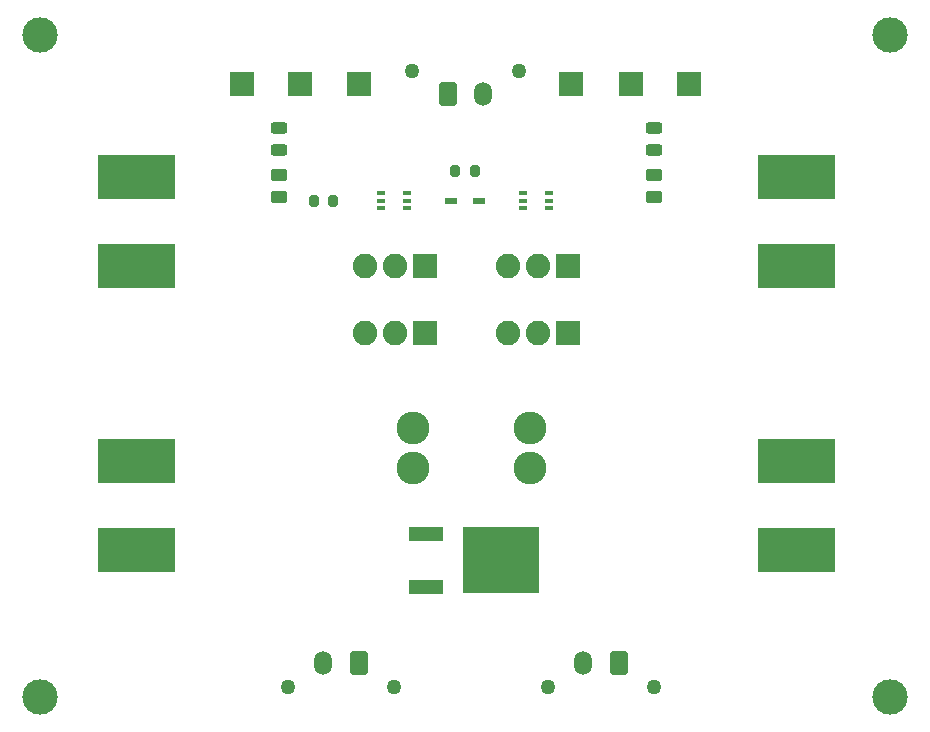
<source format=gts>
G04 #@! TF.GenerationSoftware,KiCad,Pcbnew,7.0.2*
G04 #@! TF.CreationDate,2023-09-21T09:40:58-05:00*
G04 #@! TF.ProjectId,Power-Secondary,506f7765-722d-4536-9563-6f6e64617279,rev?*
G04 #@! TF.SameCoordinates,Original*
G04 #@! TF.FileFunction,Soldermask,Top*
G04 #@! TF.FilePolarity,Negative*
%FSLAX46Y46*%
G04 Gerber Fmt 4.6, Leading zero omitted, Abs format (unit mm)*
G04 Created by KiCad (PCBNEW 7.0.2) date 2023-09-21 09:40:58*
%MOMM*%
%LPD*%
G01*
G04 APERTURE LIST*
G04 Aperture macros list*
%AMRoundRect*
0 Rectangle with rounded corners*
0 $1 Rounding radius*
0 $2 $3 $4 $5 $6 $7 $8 $9 X,Y pos of 4 corners*
0 Add a 4 corners polygon primitive as box body*
4,1,4,$2,$3,$4,$5,$6,$7,$8,$9,$2,$3,0*
0 Add four circle primitives for the rounded corners*
1,1,$1+$1,$2,$3*
1,1,$1+$1,$4,$5*
1,1,$1+$1,$6,$7*
1,1,$1+$1,$8,$9*
0 Add four rect primitives between the rounded corners*
20,1,$1+$1,$2,$3,$4,$5,0*
20,1,$1+$1,$4,$5,$6,$7,0*
20,1,$1+$1,$6,$7,$8,$9,0*
20,1,$1+$1,$8,$9,$2,$3,0*%
G04 Aperture macros list end*
%ADD10C,3.000000*%
%ADD11R,2.085000X2.085000*%
%ADD12C,2.085000*%
%ADD13R,3.430000X3.780000*%
%ADD14RoundRect,0.243750X-0.456250X0.243750X-0.456250X-0.243750X0.456250X-0.243750X0.456250X0.243750X0*%
%ADD15RoundRect,0.200000X-0.200000X-0.275000X0.200000X-0.275000X0.200000X0.275000X-0.200000X0.275000X0*%
%ADD16R,2.000000X2.000000*%
%ADD17R,0.750000X0.400000*%
%ADD18C,1.270000*%
%ADD19RoundRect,0.250001X0.499999X0.759999X-0.499999X0.759999X-0.499999X-0.759999X0.499999X-0.759999X0*%
%ADD20O,1.500000X2.020000*%
%ADD21C,2.780000*%
%ADD22RoundRect,0.250000X0.450000X-0.262500X0.450000X0.262500X-0.450000X0.262500X-0.450000X-0.262500X0*%
%ADD23R,1.100000X0.500000*%
%ADD24RoundRect,0.250001X-0.499999X-0.759999X0.499999X-0.759999X0.499999X0.759999X-0.499999X0.759999X0*%
%ADD25R,2.850000X1.250000*%
%ADD26R,6.500000X5.550000*%
G04 APERTURE END LIST*
D10*
X93000000Y-48000000D03*
D11*
X137685000Y-73200000D03*
D12*
X135145000Y-73200000D03*
X132605000Y-73200000D03*
D11*
X125620000Y-67485000D03*
D12*
X123080000Y-67485000D03*
X120540000Y-67485000D03*
D13*
X158645000Y-84060000D03*
X155465000Y-84060000D03*
X158645000Y-91550000D03*
X155465000Y-91550000D03*
D14*
X113250000Y-55812500D03*
X113250000Y-57687500D03*
D10*
X165000000Y-104000000D03*
D15*
X128175000Y-59500000D03*
X129825000Y-59500000D03*
D16*
X110126000Y-52118000D03*
D17*
X136100000Y-62650000D03*
X136100000Y-62000000D03*
X136100000Y-61350000D03*
X133900000Y-61350000D03*
X133900000Y-62000000D03*
X133900000Y-62650000D03*
D18*
X123000000Y-103125000D03*
X114000000Y-103125000D03*
D19*
X120000000Y-101165000D03*
D20*
X117000000Y-101165000D03*
D21*
X124590000Y-81230000D03*
X124590000Y-84630000D03*
X134510000Y-81230000D03*
X134510000Y-84630000D03*
D13*
X99580000Y-91550000D03*
X102760000Y-91550000D03*
X99580000Y-84060000D03*
X102760000Y-84060000D03*
D10*
X165000000Y-48000000D03*
D13*
X99580000Y-67485000D03*
X102760000Y-67485000D03*
X99580000Y-59995000D03*
X102760000Y-59995000D03*
D15*
X116175000Y-62000000D03*
X117825000Y-62000000D03*
D11*
X137685000Y-67525000D03*
D12*
X135145000Y-67525000D03*
X132605000Y-67525000D03*
D16*
X147972000Y-52118000D03*
D10*
X93000000Y-104000000D03*
D14*
X145000000Y-55812500D03*
X145000000Y-57687500D03*
D16*
X143019000Y-52118000D03*
D18*
X145000000Y-103125000D03*
X136000000Y-103125000D03*
D19*
X142000000Y-101165000D03*
D20*
X139000000Y-101165000D03*
D22*
X113250000Y-61662500D03*
X113250000Y-59837500D03*
D23*
X130150000Y-62000000D03*
X127850000Y-62000000D03*
D18*
X124549000Y-51013000D03*
X133549000Y-51013000D03*
D24*
X127549000Y-52973000D03*
D20*
X130549000Y-52973000D03*
D11*
X125620000Y-73200000D03*
D12*
X123080000Y-73200000D03*
X120540000Y-73200000D03*
D25*
X125675000Y-90175000D03*
D26*
X132075000Y-92455000D03*
D25*
X125675000Y-94735000D03*
D16*
X115000000Y-52118000D03*
X120000000Y-52118000D03*
X137939000Y-52118000D03*
D13*
X158645000Y-59995000D03*
X155465000Y-59995000D03*
X158645000Y-67485000D03*
X155465000Y-67485000D03*
D22*
X145000000Y-61662500D03*
X145000000Y-59837500D03*
D17*
X124100000Y-62650000D03*
X124100000Y-62000000D03*
X124100000Y-61350000D03*
X121900000Y-61350000D03*
X121900000Y-62000000D03*
X121900000Y-62650000D03*
M02*

</source>
